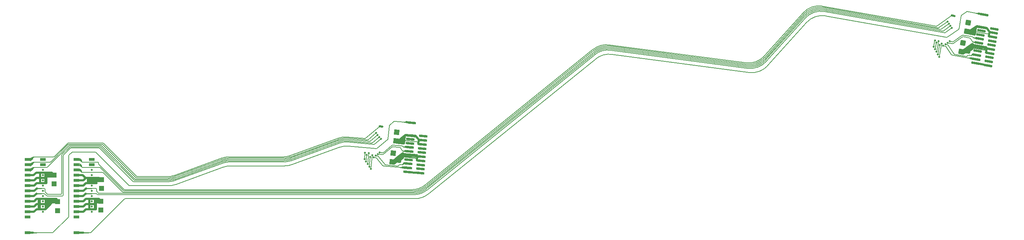
<source format=gbr>
*
G4_C Author: OrCAD GerbTool(tm) 8.1.1 Wed Jun 18 21:18:24 2003*
G4 Mass Parameters *
G4 Image *
G4 Aperture Definitions *
G4 Plot Data *
G4 Mass Parameters *
G4 Image *
G4 Aperture Definitions *
G4 Plot Data *
G4 Mass Parameters *
G4 Image *
G4 Aperture Definitions *
G4 Plot Data *
G4 Mass Parameters *
G4 Image *
G4 Aperture Definitions *
G4 Plot Data *
G4 Mass Parameters *
G4 Image *
G4 Aperture Definitions *
G4 Plot Data *
G4 Mass Parameters *
G4 Image *
G4 Aperture Definitions *
G4 Plot Data *
G4 Mass Parameters *
G4 Image *
G4 Aperture Definitions *
G4 Plot Data *
G4 Mass Parameters *
G4 Image *
G4 Aperture Definitions *
G4 Plot Data *
%LPD*%
%FSLAX34Y34*%
%MOIN*%
%AD*%
%AMD25R98*
20,1,0.025000,0.000000,-0.035000,0.000000,0.035000,98.600000*
%
%AMD10R98*
20,1,0.050000,-0.025000,0.000000,0.025000,0.000000,98.600000*
%
%AMD25R98N2*
20,1,0.025000,0.000000,-0.035000,0.000000,0.035000,98.600000*
%
%AMD10R98N2*
20,1,0.050000,-0.025000,0.000000,0.025000,0.000000,98.600000*
%
%AMD25R86*
20,1,0.025000,0.000000,-0.035000,0.000000,0.035000,86.080000*
%
%AMD10R86*
20,1,0.050000,-0.025000,0.000000,0.025000,0.000000,86.080000*
%
%AMD16R5*
20,1,0.025000,-0.035000,0.000000,0.035000,0.000000,5.450000*
%
%AMD10R5*
20,1,0.050000,-0.025000,0.000000,0.025000,0.000000,5.450000*
%
%AMD16R5N2*
20,1,0.025000,-0.035000,0.000000,0.035000,0.000000,5.450000*
%
%AMD10R5N2*
20,1,0.050000,-0.025000,0.000000,0.025000,0.000000,5.450000*
%
%AMD31R3*
20,1,0.025000,0.034920,-0.002390,-0.034920,0.002390,3.950000*
%
%AMD32R3*
20,1,0.050000,-0.001710,-0.024940,0.001710,0.024940,3.950000*
%
%AMD31R3N2*
20,1,0.025000,0.034920,-0.002390,-0.034920,0.002390,3.910000*
%
%AMD32R3N2*
20,1,0.050000,-0.001710,-0.024940,0.001710,0.024940,3.910000*
%
%AMD31R3N3*
20,1,0.025000,0.034920,-0.002390,-0.034920,0.002390,3.920000*
%
%AMD32R3N3*
20,1,0.050000,-0.001710,-0.024940,0.001710,0.024940,3.920000*
%
%AMD29R85*
20,1,0.022000,0.000000,-0.040000,0.000000,0.040000,85.000000*
%
%AMD42R85*
20,1,0.050000,-0.025000,0.000000,0.025000,0.000000,85.000000*
%
%AMD29R80*
20,1,0.022000,0.000000,-0.040000,0.000000,0.040000,80.000000*
%
%AMD42R80*
20,1,0.050000,-0.025000,0.000000,0.025000,0.000000,80.000000*
%
%AMD29R81*
20,1,0.022000,0.000000,-0.040000,0.000000,0.040000,81.000000*
%
%AMD42R81*
20,1,0.050000,-0.025000,0.000000,0.025000,0.000000,81.000000*
%
%AMD47R359*
20,1,0.022000,0.039510,-0.006260,-0.039510,0.006260,359.000000*
%
%AMD48R359*
20,1,0.050000,-0.003910,-0.024690,0.003910,0.024690,359.000000*
%
%AMD29R81N2*
20,1,0.022000,0.000000,-0.040000,0.000000,0.040000,81.000000*
%
%AMD42R81N2*
20,1,0.050000,-0.025000,0.000000,0.025000,0.000000,81.000000*
%
%AMD51R1*
20,1,0.022000,0.039510,-0.006260,-0.039510,0.006260,1.000000*
%
%AMD52R1*
20,1,0.050000,-0.003910,-0.024690,0.003910,0.024690,1.000000*
%
%AMD53R1*
20,1,0.022000,0.039610,-0.005570,-0.039610,0.005570,1.000000*
%
%AMD54R1*
20,1,0.050000,-0.003480,-0.024750,0.003480,0.024750,1.000000*
%
%AMD55R1*
20,1,0.022000,0.039700,-0.004880,-0.039700,0.004880,1.000000*
%
%AMD56R1*
20,1,0.050000,-0.003050,-0.024810,0.003050,0.024810,1.000000*
%
%AMD57R1*
20,1,0.022000,0.039780,-0.004190,-0.039780,0.004190,1.000000*
%
%AMD58R1*
20,1,0.050000,-0.002620,-0.024860,0.002620,0.024860,1.000000*
%
%AMD59R1*
20,1,0.022000,0.039850,-0.003500,-0.039850,0.003500,1.000000*
%
%AMD60R1*
20,1,0.050000,-0.002190,-0.024900,0.002190,0.024900,1.000000*
%
%AMD61R1*
20,1,0.022000,0.039910,-0.002800,-0.039910,0.002800,1.000000*
%
%AMD62R1*
20,1,0.050000,-0.001760,-0.024930,0.001760,0.024930,1.000000*
%
%AMD63R357*
20,1,0.022000,0.039950,-0.002100,-0.039950,0.002100,357.000000*
%
%AMD64R357*
20,1,0.050000,-0.001320,-0.024960,0.001320,0.024960,357.000000*
%
%AMD65R1*
20,1,0.022000,0.039790,-0.004190,-0.039790,0.004190,1.000000*
%
%AMD66R1*
20,1,0.050000,-0.002620,-0.024860,0.002620,0.024860,1.000000*
%
%ADD10R,0.050000X0.050000*%
%ADD11C,0.006000*%
%ADD12C,0.019000*%
%ADD13C,0.007900*%
%ADD14C,0.005000*%
%ADD15C,0.000800*%
%ADD16R,0.070000X0.025000*%
%ADD17R,0.068000X0.023000*%
%ADD18C,0.006000*%
%ADD19C,0.009800*%
%ADD20C,0.010000*%
%ADD21C,0.030000*%
%ADD22C,0.060000*%
%ADD23C,0.035000*%
%ADD24C,0.055000*%
%ADD25R,0.025000X0.070000*%
%ADD26D25R98*%
%ADD27R,0.029000X0.058000*%
%ADD28R,0.031000X0.060000*%
%ADD29R,0.022000X0.080000*%
%ADD30R,0.024000X0.082000*%
%ADD31R,0.030000X0.030000*%
%ADD32D10R86*%
%ADD33D16R5*%
%ADD34D10R5*%
%ADD35D16R5N2*%
%ADD36D10R5N2*%
%ADD37D31R3*%
%ADD38D32R3*%
%ADD39R,0.070000X0.025000*%
%ADD40D32R3N2*%
%ADD41R,0.070000X0.025000*%
%ADD42R,0.050000X0.050000*%
%ADD43D29R85*%
%ADD44D42R85*%
%ADD45D29R80*%
%ADD46D42R80*%
%ADD47D29R81*%
%ADD48D42R81*%
%ADD49D47R359*%
%ADD50D48R359*%
%ADD51D29R81N2*%
%ADD52D42R81N2*%
%ADD53D51R1*%
%ADD54D52R1*%
%ADD55D53R1*%
%ADD56D54R1*%
%ADD57D55R1*%
%ADD58D56R1*%
%ADD59D57R1*%
%ADD60D58R1*%
%ADD61D59R1*%
%ADD62D60R1*%
%ADD63D61R1*%
%ADD64D62R1*%
%ADD65D63R357*%
%ADD66D64R357*%
%ADD67D65R1*%
%ADD68D66R1*%
%ADD256R,0.058000X0.029000*%
%ADD257R,0.080000X0.022000*%
G4_C OrCAD GerbTool Tool List *
G54D20*
G1X7926Y1346D2*
G1X7417Y1346D1*
G1X8609Y3606D2*
G54D12*
G1X8609Y4079D1*
G1X8609Y3724D2*
G1X8609Y4196D1*
G1X8662Y6101D2*
G1X8663Y6575D1*
G1X8580Y5596D2*
G54D11*
G1X7992Y5595D1*
G1X8680Y5496D2*
G75*
G3X8580Y5596I-100J0D1*
G74*
G1X8075Y1346D2*
G1X7813Y1346D1*
G1X8145Y1375D2*
G75*
G2X8075Y1346I-71J71D1*
G74*
G1X2617Y1344D2*
G54D12*
G1X2066Y1344D1*
G1X4529Y1376D2*
G75*
G54D11*
G2X4459Y1347I-71J71D1*
G74*
G1X2516Y1344D2*
G54D20*
G1X2957Y1344D1*
G1X7357Y6846D2*
G54D12*
G1X6781Y6845D1*
G1X6912Y5845D2*
G1X7407Y5845D1*
G1X7658Y6097D1*
G1X6919Y5344D2*
G1X7418Y5344D1*
G1X7404Y4347D2*
G1X6857Y4347D1*
G1X6856Y3847D2*
G1X7403Y3847D1*
G1X7654Y4097D1*
G1X7390Y4846D2*
G1X7641Y5097D1*
G1X7655Y4597D2*
G1X7404Y4347D1*
G1X7645Y3597D2*
G1X7397Y3347D1*
G1X7418Y5344D2*
G1X7671Y5597D1*
G1X7402Y6349D2*
G1X6829Y6349D1*
G1X7650Y6597D2*
G1X7402Y6349D1*
G1X6015Y8704D2*
G75*
G54D11*
G2X6045Y8775I100J0D1*
G74*
G1X2717Y8589D2*
G1X2587Y8483D1*
G1X2657Y6843D2*
G54D12*
G1X2909Y7095D1*
G1X2706Y5843D2*
G1X2957Y6095D1*
G1X2703Y3845D2*
G1X2953Y4094D1*
G1X2689Y4845D2*
G1X2939Y5095D1*
G1X2953Y4594D2*
G1X2704Y4345D1*
G1X2944Y3595D2*
G1X2695Y3345D1*
G1X2939Y5095D2*
G54D20*
G1X3416Y5094D1*
G1X2717Y5343D2*
G54D12*
G1X2971Y5596D1*
G1X2971Y5595D2*
G54D20*
G1X3417Y5595D1*
G1X4218Y4095D2*
G54D12*
G1X2970Y4095D1*
G1X4269Y4094D2*
G1X3768Y3595D1*
G1X2944Y3595D1*
G1X2949Y6595D2*
G1X2702Y6346D1*
G1X4242Y4146D2*
G1X3792Y4595D1*
G1X3876Y6595D2*
G1X2949Y6595D1*
G1X2909Y7095D2*
G1X3876Y7095D1*
G1X3877Y6095D2*
G1X2957Y6095D1*
G1X4625Y4448D2*
G1X4124Y3949D1*
G1X2577Y7965D2*
G54D11*
G1X2713Y8077D1*
G75*
G2X2776Y8099I63J-78D1*
G74*
G1X2689Y7557D2*
G1X2582Y7470D1*
G1X2753Y7581D2*
G75*
G3X2689Y7557I0J-100D1*
G74*
G1X3640Y5095D2*
G1X3191Y5095D1*
G1X3712Y5065D2*
G75*
G3X3640Y5095I-71J-71D1*
G74*
G1X3784Y5206D2*
G75*
G2X3755Y5276I71J71D1*
G74*
G1X3755Y5494D1*
G1X3655Y5595D2*
G1X3191Y5595D1*
G1X3755Y5494D2*
G75*
G3X3655Y5595I-100J0D1*
G74*
G1X3950Y5039D2*
G1X3784Y5206D1*
G1X4021Y5009D2*
G75*
G2X3950Y5039I0J100D1*
G74*
G1X3902Y4874D2*
G1X3712Y5065D1*
G1X3973Y4845D2*
G75*
G2X3902Y4874I0J100D1*
G74*
G1X12574Y6706D2*
G75*
G2X12503Y6735I0J100D1*
G74*
G1X12476Y6586D2*
G75*
G2X12405Y6615I0J100D1*
G74*
G1X12380Y6466D2*
G75*
G2X12310Y6495I0J100D1*
G74*
G1X12304Y6346D2*
G75*
G2X12234Y6375I0J100D1*
G74*
G1X12205Y6226D2*
G75*
G2X12135Y6255I0J100D1*
G74*
G1X11823Y5846D2*
G75*
G2X11753Y5875I0J100D1*
G74*
G1X11365Y5466D2*
G75*
G2X11295Y5495I0J100D1*
G74*
G1X11293Y5346D2*
G75*
G2X11223Y5375I0J100D1*
G74*
G1X11212Y5226D2*
G75*
G2X11142Y5255I0J100D1*
G74*
G1X11347Y4577D2*
G1X8145Y1375D1*
G1X11417Y4606D2*
G75*
G3X11347Y4577I0J-100D1*
G74*
G1X11753Y5875D2*
G1X8598Y9032D1*
G75*
G3X8528Y9061I-71J-71D1*
G74*
G1X12135Y6255D2*
G1X8977Y9414D1*
G75*
G3X8907Y9443I-71J-71D1*
G74*
G1X12234Y6375D2*
G1X9076Y9534D1*
G75*
G3X9006Y9563I-71J-71D1*
G74*
G1X12310Y6495D2*
G1X9152Y9654D1*
G75*
G3X9082Y9683I-71J-71D1*
G74*
G1X12405Y6615D2*
G1X9254Y9774D1*
G75*
G3X9183Y9803I-71J-71D1*
G74*
G1X12503Y6735D2*
G1X9353Y9894D1*
G75*
G3X9282Y9923I-71J-71D1*
G74*
G1X6220Y9443D2*
G1X8907Y9443D1*
G1X6150Y9414D2*
G75*
G2X6220Y9443I71J-71D1*
G74*
G1X6146Y9563D2*
G1X9006Y9563D1*
G1X6076Y9534D2*
G75*
G2X6146Y9563I71J-71D1*
G74*
G1X6083Y9683D2*
G1X9082Y9683D1*
G1X6013Y9654D2*
G75*
G2X6083Y9683I71J-71D1*
G74*
G1X6026Y9803D2*
G1X9183Y9803D1*
G1X5956Y9774D2*
G75*
G2X6026Y9803I71J-71D1*
G74*
G1X5969Y9923D2*
G1X9282Y9923D1*
G1X5899Y9894D2*
G75*
G2X5969Y9923I71J-71D1*
G74*
G1X6045Y8775D2*
G1X6301Y9032D1*
G1X6371Y9061D2*
G1X8528Y9061D1*
G1X6301Y9032D2*
G75*
G2X6371Y9061I71J-71D1*
G74*
G1X4529Y1376D2*
G1X5986Y2833D1*
G1X6015Y2903D2*
G1X6015Y8704D1*
G1X5986Y2833D2*
G75*
G3X6015Y2903I-71J71D1*
G74*
G1X2057Y3345D2*
G54D12*
G1X2656Y3345D1*
G1X2055Y3845D2*
G1X2703Y3845D1*
G1X2704Y4345D2*
G1X2056Y4344D1*
G1X2056Y4845D2*
G1X2689Y4845D1*
G1X2118Y5343D2*
G1X2717Y5343D1*
G1X2110Y5843D2*
G1X2706Y5843D1*
G1X2657Y6843D2*
G1X1980Y6844D1*
G1X2702Y6346D2*
G1X2028Y6347D1*
G1X2515Y7357D2*
G54D11*
G1X2385Y7462D1*
G1X2385Y7251D2*
G1X2515Y7357D1*
G1X2390Y7357D1*
G1X2405Y7434D2*
G1X2405Y7279D1*
G1X2515Y7357D2*
G1X2390Y7357D1*
G1X2438Y7401D2*
G1X2564Y7401D1*
G1X2481Y7357D2*
G75*
G3X2582Y7457I0J100D1*
G74*
G1X2445Y7461D2*
G1X2570Y7461D1*
G1X2440Y7403D2*
G1X2570Y7509D1*
G1X2581Y7498D2*
G1X2581Y7553D1*
G1X2603Y7576D2*
G1X2405Y7415D1*
G1X2443Y7411D2*
G1X2443Y7303D1*
G1X2441Y7434D2*
G1X2566Y7434D1*
G1X2665Y7599D2*
G75*
G3X2603Y7576I0J-101D1*
G74*
G1X2582Y7457D2*
G1X2582Y7512D1*
G1X2809Y7599D2*
G1X2665Y7599D1*
G1X2347Y7443D2*
G1X2460Y7496D1*
G1X2447Y7490D2*
G1X2560Y7542D1*
G1X2515Y7857D2*
G1X2385Y7962D1*
G1X2385Y7751D2*
G1X2515Y7857D1*
G1X2390Y7857D1*
G1X2405Y7934D2*
G1X2405Y7779D1*
G1X2515Y7857D2*
G1X2390Y7857D1*
G1X2438Y7901D2*
G1X2564Y7901D1*
G1X2481Y7857D2*
G75*
G3X2582Y7957I0J100D1*
G74*
G1X2445Y7961D2*
G1X2570Y7961D1*
G1X2440Y7903D2*
G1X2570Y8009D1*
G1X2581Y7998D2*
G1X2581Y8053D1*
G1X2603Y8076D2*
G1X2405Y7915D1*
G1X2443Y7911D2*
G1X2443Y7803D1*
G1X2441Y7934D2*
G1X2566Y7934D1*
G1X2665Y8099D2*
G75*
G3X2603Y8076I0J-101D1*
G74*
G1X2582Y7957D2*
G1X2582Y8012D1*
G1X2809Y8099D2*
G1X2665Y8099D1*
G1X2347Y7944D2*
G1X2460Y7996D1*
G1X2447Y7990D2*
G1X2560Y8043D1*
G1X2517Y8356D2*
G1X2387Y8461D1*
G1X2387Y8250D2*
G1X2517Y8356D1*
G1X2392Y8356D1*
G1X2407Y8433D2*
G1X2407Y8278D1*
G1X2517Y8356D2*
G1X2392Y8356D1*
G1X2440Y8400D2*
G1X2566Y8400D1*
G1X2483Y8356D2*
G75*
G3X2584Y8456I0J100D1*
G74*
G1X2447Y8460D2*
G1X2572Y8460D1*
G1X2442Y8402D2*
G1X2572Y8508D1*
G1X2583Y8497D2*
G1X2583Y8552D1*
G1X2605Y8575D2*
G1X2407Y8414D1*
G1X2445Y8410D2*
G1X2445Y8302D1*
G1X2443Y8433D2*
G1X2568Y8433D1*
G1X2667Y8598D2*
G75*
G3X2605Y8575I0J-101D1*
G74*
G1X2584Y8456D2*
G1X2584Y8511D1*
G1X2811Y8598D2*
G1X2667Y8598D1*
G1X2349Y8442D2*
G1X2462Y8495D1*
G1X2449Y8489D2*
G1X2562Y8541D1*
G1X2523Y7954D2*
G1X2659Y8066D1*
G1X2541Y7477D2*
G1X2677Y7589D1*
G1X8663Y6096D2*
G54D12*
G1X7658Y6096D1*
G1X7672Y5595D2*
G54D20*
G1X8218Y5596D1*
G1X7641Y5096D2*
G1X8218Y5096D1*
G1X8924Y4596D2*
G54D12*
G1X7655Y4596D1*
G1X8609Y4096D2*
G1X7671Y4096D1*
G1X8609Y3596D2*
G1X7645Y3596D1*
G1X8608Y5096D2*
G54D11*
G1X7961Y5096D1*
G1X8678Y5067D2*
G75*
G3X8608Y5096I-71J-71D1*
G74*
G1X8678Y5067D2*
G1X8730Y5015D1*
G75*
G3X8800Y4986I71J71D1*
G74*
G1X8680Y5343D2*
G1X8680Y5496D1*
G1X8709Y5272D2*
G75*
G2X8680Y5343I71J71D1*
G74*
G1X8709Y5272D2*
G1X8846Y5135D1*
G75*
G3X8916Y5106I71J71D1*
G74*
G1X6857Y4846D2*
G54D12*
G1X7390Y4846D1*
G1X6857Y3346D2*
G1X7358Y3346D1*
G1X7417Y1346D2*
G1X6867Y1346D1*
G1X8227Y5844D3*
G1X8226Y5344D3*
G1X8226Y3845D3*
G1X8226Y6344D3*
G1X8225Y4845D3*
G1X8225Y4345D3*
G1X8226Y3344D3*
G54D256*
G1X6756Y7847D3*
G1X6755Y7346D3*
G1X6755Y6847D3*
G1X6755Y6347D3*
G1X6755Y5846D3*
G1X6756Y5346D3*
G1X6756Y4846D3*
G1X6755Y4345D3*
G1X6756Y3846D3*
G1X6755Y3347D3*
G1X6756Y2846D3*
G1X6755Y1346D3*
G1X6756Y8346D3*
G1X11295Y5495D2*
G54D11*
G1X8889Y7901D1*
G1X8924Y6278D2*
G54D12*
G1X8536Y6278D1*
G1X8931Y6454D2*
G1X8536Y6454D1*
G1X8225Y6845D3*
G1X8923Y6594D2*
G1X7650Y6594D1*
G54D42*
G1X9063Y3525D3*
G1X9064Y4365D3*
G1X9140Y5589D3*
G1X9141Y6429D3*
G54D12*
G1X3538Y5844D3*
G1X3537Y5344D3*
G1X3537Y3845D3*
G1X3537Y6344D3*
G1X3536Y6845D3*
G1X3536Y4845D3*
G1X3536Y4345D3*
G1X3537Y3344D3*
G54D256*
G1X2067Y7847D3*
G1X2066Y7346D3*
G1X2066Y6847D3*
G1X2066Y6347D3*
G1X2066Y5846D3*
G1X2067Y5346D3*
G1X2067Y4846D3*
G1X2066Y4345D3*
G1X2067Y3846D3*
G1X2066Y3347D3*
G1X2067Y2846D3*
G1X2066Y1346D3*
G1X2067Y8346D3*
G1X3536Y8345D3*
G1X3536Y7845D3*
G54D12*
G1X3536Y7345D3*
G1X6013Y9654D2*
G54D11*
G1X3988Y7628D1*
G1X3918Y7599D2*
G1X2753Y7599D1*
G1X3988Y7628D2*
G75*
G2X3918Y7599I-71J71D1*
G74*
G1X2776Y8099D2*
G1X4241Y8099D1*
G1X4311Y8128D2*
G1X5956Y9774D1*
G1X4241Y8099D2*
G75*
G3X4311Y8128I0J100D1*
G74*
G1X5899Y9894D2*
G1X4631Y8627D1*
G1X4561Y8598D2*
G1X2776Y8598D1*
G1X4631Y8627D2*
G75*
G2X4561Y8598I-71J71D1*
G74*
G1X3283Y6562D2*
G54D12*
G1X3283Y7035D1*
G1X3283Y6120D2*
G1X3283Y6593D1*
G1X3792Y6125D2*
G1X3792Y6598D1*
G1X3792Y6532D2*
G1X3792Y7005D1*
G1X2371Y7425D2*
G54D11*
G1X2371Y7270D1*
G1X2356Y7387D2*
G1X2356Y7232D1*
G1X2369Y7923D2*
G1X2369Y7768D1*
G1X2356Y7887D2*
G1X2356Y7732D1*
G1X2366Y8419D2*
G1X2366Y8264D1*
G1X2356Y8387D2*
G1X2356Y8232D1*
G1X2670Y8602D2*
G1X2540Y8496D1*
G1X5233Y5010D2*
G1X4021Y5010D1*
G1X5333Y5110D2*
G75*
G2X5233Y5010I-100J0D1*
G74*
G1X3973Y4845D2*
G1X5384Y4845D1*
G75*
G3X5484Y4945I0J100D1*
G74*
G1X5483Y8705D1*
G1X5512Y8776D2*
G1X6150Y9414D1*
G1X5483Y8705D2*
G75*
G2X5512Y8776I100J0D1*
G74*
G1X5333Y5110D2*
G1X5333Y8749D1*
G1X5362Y8820D2*
G1X6076Y9534D1*
G1X5333Y8749D2*
G75*
G2X5362Y8820I100J0D1*
G74*
G54D42*
G1X4932Y3471D3*
G1X4933Y4311D3*
G1X4421Y7095D2*
G54D12*
G1X3851Y7095D1*
G1X3876Y6095D2*
G1X3876Y7084D1*
G1X3810Y6454D2*
G1X3866Y6454D1*
G1X3866Y6277D2*
G1X3810Y6277D1*
G1X4428Y6923D2*
G1X3858Y6923D1*
G1X4434Y6736D2*
G1X3864Y6736D1*
G54D42*
G1X4601Y6013D3*
G1X4602Y6853D3*
G1X4459Y1347D2*
G54D11*
G1X2815Y1347D1*
G54D12*
G1X8225Y7345D3*
G54D256*
G1X8225Y7845D3*
G1X8227Y8345D3*
G1X8889Y7901D2*
G75*
G54D11*
G2X8860Y7972I71J71D1*
G74*
G1X7044Y7451D2*
G1X7174Y7345D1*
G1X7044Y7239D1*
G1X7050Y7345D2*
G1X7174Y7345D1*
G1X7050Y7345D1*
G1X7140Y7346D2*
G75*
G2X7240Y7245I0J-100D1*
G74*
G1X7065Y7288D2*
G1X7195Y7181D1*
G1X7004Y7241D2*
G1X7130Y7240D1*
G1X7098Y7301D2*
G1X7222Y7301D1*
G1X7100Y7268D2*
G1X7226Y7268D1*
G1X7105Y7241D2*
G1X7229Y7241D1*
G1X7100Y7299D2*
G1X7230Y7193D1*
G1X7240Y7209D2*
G1X7239Y7154D1*
G1X7240Y7254D2*
G1X7240Y7199D1*
G1X7059Y7405D2*
G1X7059Y7278D1*
G1X7045Y7951D2*
G1X7175Y7845D1*
G1X7049Y7846D1*
G1X7141Y7845D2*
G75*
G2X7240Y7745I0J-100D1*
G74*
G1X7173Y7845D2*
G1X7042Y7739D1*
G1X7090Y7801D2*
G1X7215Y7800D1*
G1X7093Y7765D2*
G1X7218Y7765D1*
G1X7098Y7791D2*
G1X7228Y7685D1*
G1X7028Y7740D2*
G1X7154Y7740D1*
G1X7108Y7818D2*
G1X7238Y7712D1*
G1X7082Y7773D2*
G1X7212Y7667D1*
G1X7239Y7716D2*
G1X7239Y7661D1*
G1X7239Y7759D2*
G1X7239Y7704D1*
G1X7063Y7900D2*
G1X7063Y7773D1*
G1X7050Y8348D2*
G1X7176Y8348D1*
G1X7045Y8454D1*
G1X7175Y8348D2*
G1X7044Y8242D1*
G1X7049Y8348D2*
G1X7175Y8348D1*
G1X7140Y8348D2*
G75*
G2X7240Y8248I0J-100D1*
G74*
G1X7042Y8243D2*
G1X7167Y8242D1*
G1X7081Y8302D2*
G1X7207Y8303D1*
G1X7085Y8263D2*
G1X7209Y8263D1*
G1X7238Y8191D2*
G1X7108Y8297D1*
G1X7232Y8233D2*
G1X7102Y8338D1*
G1X7216Y8257D2*
G1X7086Y8363D1*
G1X7240Y8248D2*
G1X7241Y8188D1*
G1X7225Y8150D2*
G1X7095Y8256D1*
G1X7113Y8289D2*
G1X7241Y8160D1*
G1X7059Y8398D2*
G1X7059Y8271D1*
G1X7145Y7221D2*
G1X7252Y7134D1*
G75*
G3X7315Y7111I63J78D1*
G74*
G1X7141Y7726D2*
G1X7266Y7624D1*
G75*
G3X7329Y7602I63J77D1*
G74*
G1X7151Y8211D2*
G1X7257Y8124D1*
G75*
G3X7321Y8102I63J77D1*
G74*
G1X9316Y7082D2*
G75*
G3X9245Y7111I-71J-71D1*
G74*
G1X8955Y7602D2*
G75*
G2X9025Y7573I0J-100D1*
G74*
G1X8860Y7972D2*
G1X8860Y8002D1*
G1X8760Y8102D2*
G1X7321Y8102D1*
G1X8860Y8002D2*
G75*
G3X8760Y8102I-100J0D1*
G74*
G1X7609Y6592D2*
G54D12*
G1X7357Y6846D1*
G1X7840Y6145D2*
G1X7840Y6578D1*
G1X8511Y6180D2*
G1X8511Y6578D1*
G54D256*
G1X8189Y6464D3*
G1X8189Y6265D3*
G1X11142Y5255D2*
G54D11*
G1X9316Y7082D1*
G1X9245Y7111D2*
G1X7315Y7111D1*
G1X9316Y7082D2*
G75*
G3X9245Y7111I-71J-71D1*
G74*
G1X11223Y5375D2*
G1X9026Y7573D1*
G1X8955Y7602D2*
G1X7329Y7602D1*
G1X9026Y7573D2*
G75*
G3X8955Y7602I-71J-71D1*
G74*
G1X7968Y4044D2*
G54D12*
G1X7968Y4516D1*
G1X7968Y3600D2*
G1X7968Y4073D1*
G1X8923Y4254D2*
G1X8538Y4254D1*
G1X8538Y4416D2*
G1X8838Y4416D1*
G1X8506Y4112D2*
G1X8506Y4584D1*
G1X8506Y3691D2*
G1X8506Y4163D1*
G1X3138Y3612D2*
G1X3138Y4085D1*
G1X3138Y4558D1*
G1X3818Y4415D2*
G1X4836Y4415D1*
G1X4835Y4252D2*
G1X3818Y4252D1*
G1X4036Y3908D2*
G1X3818Y3908D1*
G1X3818Y3746D2*
G1X3808Y3746D1*
G1X3805Y3669D2*
G1X3805Y4142D1*
G1X3805Y4071D2*
G1X3805Y4544D1*
G1X3262Y3680D2*
G1X3262Y4153D1*
G1X4835Y4594D2*
G1X2953Y4594D1*
G1X3262Y4096D2*
G1X3262Y4569D1*
G1X38807Y5466D2*
G54D11*
G1X11365Y5466D1*
G1X40063Y5910D2*
G75*
G2X38807Y5466I-1256J1556D1*
G74*
G1X15418Y6706D2*
G1X12574Y6706D1*
G1X16102Y6827D2*
G75*
G2X15418Y6706I-684J1880D1*
G74*
G1X12476Y6586D2*
G1X15440Y6586D1*
G75*
G3X16124Y6707I0J2012D1*
G74*
G1X15461Y6466D2*
G1X12380Y6466D1*
G1X16145Y6587D2*
G75*
G2X15461Y6466I-684J1880D1*
G74*
G1X12304Y6346D2*
G1X15482Y6346D1*
G75*
G3X16166Y6467I0J2012D1*
G74*
G1X15503Y6226D2*
G1X12205Y6226D1*
G1X16187Y6347D2*
G75*
G2X15503Y6226I-684J1880D1*
G74*
G1X11823Y5846D2*
G1X15570Y5846D1*
G75*
G3X16254Y5967I0J2012D1*
G74*
G1X20788Y7617D1*
G75*
G2X21472Y7738I684J-1880D1*
G74*
G1X20721Y7997D2*
G1X16187Y6347D1*
G1X21405Y8118D2*
G75*
G3X20721Y7997I0J-2012D1*
G74*
G1X16166Y6467D2*
G1X20700Y8117D1*
G75*
G2X21384Y8238I684J-1880D1*
G74*
G1X20679Y8237D2*
G1X16145Y6587D1*
G1X21363Y8358D2*
G75*
G3X20679Y8237I0J-2012D1*
G74*
G1X16124Y6707D2*
G1X20658Y8357D1*
G75*
G2X21342Y8478I684J-1880D1*
G74*
G1X20637Y8477D2*
G1X16102Y6827D1*
G1X21321Y8598D2*
G75*
G3X20637Y8477I0J-2012D1*
G74*
G1X21321Y8598D2*
G1X26491Y8598D1*
G75*
G3X27175Y8718I0J2012D1*
G74*
G1X26513Y8478D2*
G1X21342Y8478D1*
G1X27197Y8598D2*
G75*
G2X26513Y8478I-684J1880D1*
G74*
G1X21363Y8358D2*
G1X26534Y8358D1*
G75*
G3X27218Y8478I0J2012D1*
G74*
G1X26555Y8238D2*
G1X21384Y8238D1*
G1X27239Y8358D2*
G75*
G2X26555Y8238I-684J1880D1*
G74*
G1X21405Y8118D2*
G1X26576Y8118D1*
G75*
G3X27260Y8238I0J2012D1*
G74*
G1X26643Y7738D2*
G1X21472Y7738D1*
G1X27327Y7858D2*
G75*
G2X26643Y7738I-684J1880D1*
G74*
G1X11293Y5346D2*
G1X38849Y5346D1*
G75*
G3X40105Y5790I0J1999D1*
G74*
G1X38891Y5226D2*
G1X11212Y5226D1*
G1X40147Y5670D2*
G75*
G2X38891Y5226I-1256J1556D1*
G74*
G1X8916Y5106D2*
G1X38934Y5106D1*
G75*
G3X40190Y5550I0J1999D1*
G74*
G1X38976Y4986D2*
G1X8800Y4986D1*
G1X40232Y5430D2*
G75*
G2X38976Y4986I-1256J1556D1*
G74*
G1X11417Y4606D2*
G1X39111Y4606D1*
G75*
G3X40367Y5050I0J1999D1*
G74*
G1X40063Y5910D2*
G1X56126Y18872D1*
G75*
G2X57643Y19298I1257J-1557D1*
G74*
G1X56162Y18746D2*
G1X40105Y5790D1*
G1X57679Y19172D2*
G75*
G3X56162Y18746I-262J-1981D1*
G74*
G1X40147Y5670D2*
G1X56198Y18620D1*
G75*
G2X57715Y19047I1257J-1557D1*
G74*
G1X56233Y18495D2*
G1X40190Y5550D1*
G1X57750Y18921D2*
G75*
G3X56233Y18495I-262J-1981D1*
G74*
G1X40232Y5430D2*
G1X56268Y18369D1*
G75*
G2X57785Y18796I1257J-1557D1*
G74*
G1X56380Y17971D2*
G1X40367Y5050D1*
G1X57897Y18397D2*
G75*
G3X56380Y17971I-262J-1981D1*
G74*
G1X57643Y19298D2*
G1X70705Y17579D1*
G75*
G3X72452Y18223I263J1989D1*
G74*
G1X70752Y17452D2*
G1X57679Y19172D1*
G1X72499Y18096D2*
G75*
G2X70752Y17452I-1487J1339D1*
G74*
G1X57715Y19047D2*
G1X70799Y17324D1*
G75*
G3X72546Y17969I261J1991D1*
G74*
G1X70845Y17197D2*
G1X57750Y18921D1*
G1X72593Y17842D2*
G75*
G2X70845Y17197I-1487J1339D1*
G74*
G1X57785Y18796D2*
G1X70892Y17070D1*
G75*
G3X72640Y17714I263J1989D1*
G74*
G1X57897Y18397D2*
G1X71041Y16667D1*
G75*
G3X72789Y17312I263J1989D1*
G74*
G1X93418Y22207D2*
G54D12*
G1X92925Y22294D1*
G1X93217Y22242D2*
G54D20*
G1X92716Y22331D1*
G1X91771Y22468D2*
G75*
G54D11*
G2X91846Y22484I58J-82D1*
G74*
G54D12*
G1X89421Y19423D3*
G1X89194Y18143D3*
G1X89195Y18143D2*
G54D11*
G1X89421Y19423D1*
G1X91883Y18922D2*
G54D12*
G1X92369Y19261D1*
G1X92216Y18984D2*
G1X91872Y18743D1*
G1X91890Y18852D3*
G1X92959Y18290D2*
G1X92385Y18392D1*
G1X92362Y18404D2*
G54D20*
G1X92204Y18293D1*
G1X93163Y19854D2*
G54D12*
G1X92671Y19941D1*
G1X92963Y19890D2*
G54D20*
G1X92461Y19978D1*
G1X92915Y19497D2*
G1X92393Y19589D1*
G1X92602Y19552D2*
G54D12*
G1X93095Y19466D1*
G1X92214Y17985D2*
G54D11*
G1X92200Y17975D1*
G1X92399Y20034D2*
G1X92442Y19974D1*
G1X92335Y20076D2*
G75*
G2X92399Y20034I-17J-99D1*
G74*
G1X92372Y19591D2*
G1X92138Y19925D1*
G75*
G3X92073Y19967I-82J-58D1*
G74*
G1X92723Y22330D2*
G1X91846Y22484D1*
G1X93424Y17407D2*
G54D12*
G1X92850Y17508D1*
G1X91471Y20073D2*
G54D11*
G1X92073Y19967D1*
G1X91396Y20057D2*
G75*
G2X91471Y20073I58J-82D1*
G74*
G1X91468Y20229D2*
G1X92335Y20076D1*
G1X91393Y20212D2*
G75*
G2X91468Y20229I58J-82D1*
G74*
G1X92193Y18283D2*
G1X92027Y18312D1*
G75*
G3X91952Y18296I-17J-98D1*
G74*
G1X91843Y18219D1*
G75*
G2X91768Y18203I-58J82D1*
G74*
G1X90657Y18399D1*
G75*
G2X90593Y18439I17J99D1*
G74*
G1X92029Y18566D2*
G54D12*
G1X91279Y18698D1*
G1X91454Y18763D2*
G1X91940Y19103D1*
G1X91607Y18691D2*
G1X92093Y19031D1*
G1X91454Y18461D2*
G1X91941Y18801D1*
G1X89967Y21516D3*
G1X90109Y21313D3*
G1X90251Y21110D3*
G1X90393Y20908D3*
G1X89770Y20470D2*
G75*
G54D11*
G2X89695Y20454I-58J82D1*
G74*
G54D12*
G1X90171Y19645D3*
G1X89968Y19503D3*
G1X89765Y19361D3*
G1X89562Y19219D3*
G1X90393Y20907D2*
G54D11*
G1X89773Y20472D1*
G75*
G2X89698Y20455I-58J82D1*
G74*
G1X91393Y20212D2*
G1X90538Y19610D1*
G1X90463Y19593D2*
G1X90171Y19645D1*
G1X90538Y19610D2*
G75*
G2X90463Y19593I-58J82D1*
G74*
G1X91396Y20057D2*
G1X90518Y19437D1*
G1X90443Y19419D2*
G1X89968Y19503D1*
G1X90518Y19437D2*
G75*
G2X90443Y19419I-58J81D1*
G74*
G1X89561Y19210D2*
G1X89737Y19179D1*
G75*
G2X89801Y19139I-17J-99D1*
G74*
G1X89765Y19361D2*
G1X89933Y19332D1*
G1X89997Y19291D2*
G1X90593Y18439D1*
G1X89933Y19332D2*
G75*
G2X89997Y19291I-17J-99D1*
G74*
G1X89971Y20049D2*
G75*
G2X89896Y20033I-58J82D1*
G74*
G1X90354Y22088D2*
G1X88948Y21104D1*
G75*
G2X88874Y21088I-58J82D1*
G74*
G1X89156Y20947D2*
G1X89967Y21516D1*
G1X89081Y20931D2*
G75*
G3X89156Y20947I17J99D1*
G74*
G1X90109Y21313D2*
G1X89362Y20788D1*
G75*
G2X89287Y20772I-58J82D1*
G74*
G1X89567Y20630D2*
G1X90251Y21110D1*
G1X89492Y20613D2*
G75*
G3X89567Y20630I17J99D1*
G74*
G54D12*
G1X88763Y19718D3*
G1X88905Y19514D3*
G1X89054Y18346D2*
G54D11*
G1X89219Y19282D1*
G54D12*
G1X89219Y19280D3*
G1X89107Y19657D3*
G1X88929Y18658D3*
G1X88905Y19514D2*
G54D11*
G1X88789Y18860D1*
G1X89107Y19657D2*
G1X88931Y18657D1*
G1X88653Y19103D2*
G1X88762Y19718D1*
G54D12*
G1X88791Y18880D3*
G1X89057Y18374D3*
G1X88656Y19122D3*
G1X92094Y18022D2*
G54D11*
G1X90410Y18319D1*
G1X90346Y18360D2*
G1X89801Y19139D1*
G1X90410Y18319D2*
G75*
G2X90346Y18360I17J99D1*
G74*
G1X91998Y18039D2*
G54D20*
G1X92188Y18006D1*
G1X92744Y17908D2*
G54D12*
G1X92170Y18009D1*
G1X89971Y20049D2*
G54D11*
G1X91034Y20795D1*
G75*
G3X91075Y20859I-58J82D1*
G74*
G1X91294Y22098D1*
G1X91334Y22162D2*
G1X91771Y22468D1*
G1X91294Y22098D2*
G75*
G2X91334Y22162I99J-17D1*
G74*
G54D49*
G1X93833Y17338D3*
G1X93901Y17727D3*
G1X93969Y18114D3*
G1X94038Y18501D3*
G1X94106Y18889D3*
G1X94174Y19276D3*
G1X94243Y19664D3*
G1X94311Y20052D3*
G1X94380Y20440D3*
G1X94448Y20827D3*
G1X92650Y17547D3*
G1X92718Y17935D3*
G1X92787Y18322D3*
G1X92855Y18710D3*
G1X92923Y19098D3*
G1X92992Y19485D3*
G1X93060Y19873D3*
G1X93128Y20261D3*
G1X93197Y20649D3*
G1X93470Y22198D3*
G1X93915Y20107D2*
G54D12*
G1X93988Y20523D1*
G1X92570Y20295D2*
G1X92031Y20390D1*
G1X92570Y20294D2*
G1X92687Y20962D1*
G1X92179Y20512D2*
G1X92638Y20834D1*
G1X92190Y20690D2*
G1X92768Y21095D1*
G1X92596Y20482D2*
G1X92057Y20577D1*
G1X92623Y20553D2*
G1X92085Y20648D1*
G1X93962Y20312D2*
G54D18*
G1X92644Y20544D1*
G1X93969Y20551D2*
G54D12*
G1X93711Y20918D1*
G1X93715Y20876D2*
G1X92800Y21037D1*
G1X92771Y21095D2*
G1X93702Y20930D1*
G1X93640Y18556D2*
G1X93714Y18974D1*
G1X92334Y18933D2*
G1X92407Y19350D1*
G1X91823Y19022D2*
G1X92362Y19372D1*
G1X92030Y18565D2*
G1X92104Y18982D1*
G1X92334Y18933D2*
G1X91990Y18692D1*
G1X92183Y18851D2*
G1X92257Y19269D1*
G54D49*
G1X92805Y19119D3*
G1X93406Y19012D3*
G1X93707Y19118D2*
G54D20*
G1X92426Y19344D1*
G1X93622Y18813D2*
G54D19*
G1X92381Y19032D1*
G54D50*
G1X91283Y18646D3*
G1X91430Y19473D3*
G1X91815Y20582D3*
G1X91962Y21409D3*
G1X90355Y22090D2*
G75*
G54D11*
G2X90430Y22107I58J-82D1*
G74*
G1X90647Y22065D2*
G54D12*
G1X90368Y22114D1*
G1X90429Y22105D2*
G54D20*
G1X90507Y22091D1*
G1X72452Y18223D2*
G54D11*
G1X76185Y22370D1*
G1X78019Y23002D2*
G1X88874Y21088D1*
G1X76185Y22370D2*
G75*
G2X78019Y23002I1491J-1343D1*
G74*
G1X89081Y20931D2*
G1X78066Y22873D1*
G1X76232Y22242D2*
G1X72499Y18096D1*
G1X78066Y22873D2*
G75*
G3X76232Y22242I-349J-1976D1*
G74*
G1X72546Y17969D2*
G1X76276Y22111D1*
G1X78109Y22743D2*
G1X89287Y20772D1*
G1X76276Y22111D2*
G75*
G2X78109Y22743I1491J-1343D1*
G74*
G1X89492Y20613D2*
G1X78154Y22613D1*
G1X76321Y21981D2*
G1X72593Y17842D1*
G1X78154Y22613D2*
G75*
G3X76321Y21981I-349J-1975D1*
G74*
G1X72640Y17714D2*
G1X76366Y21852D1*
G1X78200Y22483D2*
G1X89698Y20455D1*
G1X76366Y21852D2*
G75*
G2X78200Y22483I1491J-1343D1*
G74*
G1X89896Y20033D2*
G1X78338Y22070D1*
G1X76504Y21439D2*
G1X72789Y17312D1*
G1X78338Y22070D2*
G75*
G3X76504Y21439I-349J-1976D1*
G74*
G1X38740Y11865D2*
G54D12*
G1X38242Y11908D1*
G1X38537Y11882D2*
G54D20*
G1X38030Y11927D1*
G1X37077Y11981D2*
G75*
G54D11*
G2X37150Y12004I65J-77D1*
G74*
G54D12*
G1X35001Y8742D3*
G1X34886Y7447D3*
G1X34887Y7448D2*
G54D11*
G1X35001Y8742D1*
G1X37497Y8458D2*
G54D12*
G1X37952Y8839D1*
G1X37823Y8549D2*
G1X37502Y8279D1*
G1X37510Y8390D3*
G1X38624Y7923D2*
G1X38043Y7974D1*
G1X38020Y7984D2*
G54D20*
G1X37871Y7860D1*
G1X38692Y9499D2*
G54D12*
G1X38193Y9542D1*
G1X38488Y9516D2*
G54D20*
G1X37981Y9561D1*
G1X38475Y9121D2*
G1X37947Y9167D1*
G1X38159Y9149D2*
G54D12*
G1X38657Y9105D1*
G1X37909Y7554D2*
G54D11*
G1X37896Y7543D1*
G1X37914Y9611D2*
G1X37963Y9555D1*
G1X37847Y9647D2*
G75*
G2X37914Y9611I-9J-100D1*
G74*
G1X37926Y9167D2*
G1X37664Y9479D1*
G75*
G3X37596Y9515I-77J-64D1*
G74*
G1X38038Y11926D2*
G1X37150Y12004D1*
G1X39165Y7083D2*
G54D12*
G1X38584Y7134D1*
G1X36986Y9569D2*
G54D11*
G1X37596Y9515D1*
G1X36913Y9546D2*
G75*
G2X36986Y9569I65J-77D1*
G74*
G1X36970Y9724D2*
G1X37847Y9647D1*
G1X36896Y9701D2*
G75*
G2X36970Y9724I65J-77D1*
G74*
G1X37862Y7849D2*
G1X37694Y7863D1*
G75*
G3X37621Y7841I-9J-99D1*
G74*
G1X37519Y7754D1*
G75*
G2X37446Y7732I-64J77D1*
G74*
G1X36321Y7830D1*
G75*
G2X36254Y7865I9J100D1*
G74*
G1X37674Y8116D2*
G54D12*
G1X36915Y8183D1*
G1X37083Y8262D2*
G1X37539Y8643D1*
G1X37242Y8204D2*
G1X37697Y8585D1*
G1X37111Y7962D2*
G1X37565Y8342D1*
G1X35363Y10875D3*
G1X35522Y10686D3*
G1X35681Y10496D3*
G1X35840Y10306D3*
G1X35257Y9816D2*
G75*
G54D11*
G2X35184Y9794I-64J77D1*
G74*
G54D12*
G1X35728Y9029D3*
G1X35539Y8870D3*
G1X35349Y8711D3*
G1X35160Y8552D3*
G1X35840Y10305D2*
G54D11*
G1X35260Y9818D1*
G75*
G2X35187Y9795I-65J77D1*
G74*
G1X36896Y9701D2*
G1X36097Y9026D1*
G1X36024Y9003D2*
G1X35728Y9029D1*
G1X36097Y9026D2*
G75*
G2X36024Y9003I-65J77D1*
G74*
G1X36913Y9546D2*
G1X36092Y8852D1*
G1X36019Y8828D2*
G1X35539Y8870D1*
G1X36092Y8852D2*
G75*
G2X36019Y8828I-65J76D1*
G74*
G1X35159Y8543D2*
G1X35337Y8528D1*
G75*
G2X35404Y8492I-9J-100D1*
G74*
G1X35349Y8711D2*
G1X35519Y8696D1*
G1X35587Y8661D2*
G1X36254Y7865D1*
G1X35519Y8696D2*
G75*
G2X35587Y8661I-9J-100D1*
G74*
G1X35494Y9414D2*
G75*
G2X35421Y9392I-65J77D1*
G74*
G1X35698Y11479D2*
G1X34384Y10376D1*
G75*
G2X34311Y10354I-65J77D1*
G74*
G1X34604Y10238D2*
G1X35363Y10875D1*
G1X34531Y10215D2*
G75*
G3X34604Y10238I9J100D1*
G74*
G1X35522Y10686D2*
G1X34823Y10097D1*
G75*
G2X34750Y10075I-64J77D1*
G74*
G1X35042Y9958D2*
G1X35681Y10496D1*
G1X34968Y9935D2*
G75*
G3X35042Y9958I9J100D1*
G74*
G54D12*
G1X34320Y8979D3*
G1X34478Y8788D3*
G1X34729Y7638D2*
G54D11*
G1X34812Y8584D1*
G54D12*
G1X34812Y8582D3*
G1X34668Y8949D3*
G1X34578Y7937D3*
G1X34478Y8788D2*
G54D11*
G1X34421Y8127D1*
G1X34668Y8949D2*
G1X34580Y7937D1*
G1X34264Y8357D2*
G1X34319Y8979D1*
G54D12*
G1X34420Y8147D3*
G1X34730Y7666D3*
G1X34265Y8376D3*
G1X37786Y7580D2*
G54D11*
G1X36083Y7730D1*
G1X36015Y7765D2*
G1X35404Y8492D1*
G1X36083Y7730D2*
G75*
G2X36015Y7765I8J99D1*
G74*
G1X37689Y7589D2*
G54D20*
G1X37881Y7572D1*
G1X38443Y7523D2*
G54D12*
G1X37863Y7574D1*
G1X35494Y9414D2*
G54D11*
G1X36489Y10251D1*
G75*
G3X36524Y10318I-64J77D1*
G74*
G1X36633Y11571D1*
G1X36668Y11638D2*
G1X37077Y11981D1*
G1X36633Y11571D2*
G75*
G2X36668Y11638I100J-9D1*
G74*
G54D67*
G1X39577Y7050D3*
G1X39612Y7444D3*
G1X39646Y7835D3*
G1X39680Y8227D3*
G1X39715Y8619D3*
G1X39749Y9011D3*
G1X39783Y9403D3*
G1X39818Y9796D3*
G1X39852Y10188D3*
G1X39886Y10580D3*
G1X38381Y7155D3*
G1X38415Y7547D3*
G1X38450Y7939D3*
G1X38484Y8331D3*
G1X38518Y8724D3*
G1X38553Y9115D3*
G1X38587Y9508D3*
G1X38621Y9900D3*
G1X38656Y10293D3*
G1X38793Y11860D3*
G1X39418Y9816D2*
G54D12*
G1X39455Y10237D1*
G1X38062Y9886D2*
G1X37517Y9934D1*
G1X38062Y9885D2*
G1X38121Y10561D1*
G1X37653Y10068D2*
G1X38083Y10429D1*
G1X37649Y10247D2*
G1X38189Y10700D1*
G1X38071Y10074D2*
G1X37526Y10122D1*
G1X38093Y10147D2*
G1X37548Y10195D1*
G1X39447Y10024D2*
G54D18*
G1X38114Y10141D1*
G1X39433Y10263D2*
G54D12*
G1X39145Y10606D1*
G1X39152Y10565D2*
G1X38227Y10646D1*
G1X38192Y10700D2*
G1X39135Y10617D1*
G1X39280Y8247D2*
G1X39317Y8669D1*
G1X37945Y8508D2*
G1X37982Y8930D1*
G1X37429Y8552D2*
G1X37936Y8949D1*
G1X37675Y8115D2*
G1X37712Y8537D1*
G1X37945Y8508D2*
G1X37624Y8238D1*
G1X37803Y8414D2*
G1X37840Y8837D1*
G54D67*
G1X38399Y8734D3*
G1X39006Y8680D3*
G1X39297Y8812D2*
G54D20*
G1X38001Y8926D1*
G1X39239Y8501D2*
G54D19*
G1X37983Y8611D1*
G54D68*
G1X36924Y8131D3*
G1X36998Y8967D3*
G1X37285Y10106D3*
G1X37359Y10942D3*
G1X35699Y11481D2*
G75*
G54D11*
G2X35772Y11505I65J-77D1*
G74*
G1X35992Y11481D2*
G54D12*
G1X35710Y11506D1*
G1X35771Y11502D2*
G54D20*
G1X35851Y11495D1*
G1X27175Y8718D2*
G54D11*
G1X31766Y10388D1*
G1X32624Y10501D2*
G1X34311Y10354D1*
G1X31766Y10388D2*
G75*
G2X32624Y10501I680J-1869D1*
G74*
G1X34531Y10215D2*
G1X32642Y10380D1*
G1X31783Y10267D2*
G1X27197Y8598D1*
G1X32642Y10380D2*
G75*
G3X31783Y10267I-175J-2003D1*
G74*
G1X27218Y8478D2*
G1X31796Y10145D1*
G1X32654Y10258D2*
G1X34750Y10075D1*
G1X31796Y10145D2*
G75*
G2X32654Y10258I680J-1869D1*
G74*
G1X34968Y9935D2*
G1X32671Y10136D1*
G1X31812Y10023D2*
G1X27239Y8358D1*
G1X32671Y10136D2*
G75*
G3X31812Y10023I-175J-2003D1*
G74*
G1X27260Y8238D2*
G1X31828Y9901D1*
G1X32687Y10014D2*
G1X35187Y9795D1*
G1X31828Y9901D2*
G75*
G2X32687Y10014I680J-1869D1*
G74*
G1X27327Y7858D2*
G1X31876Y9514D1*
G1X32734Y9627D2*
G1X35421Y9392D1*
G1X31876Y9514D2*
G75*
G2X32734Y9627I680J-1869D1*
M2*

</source>
